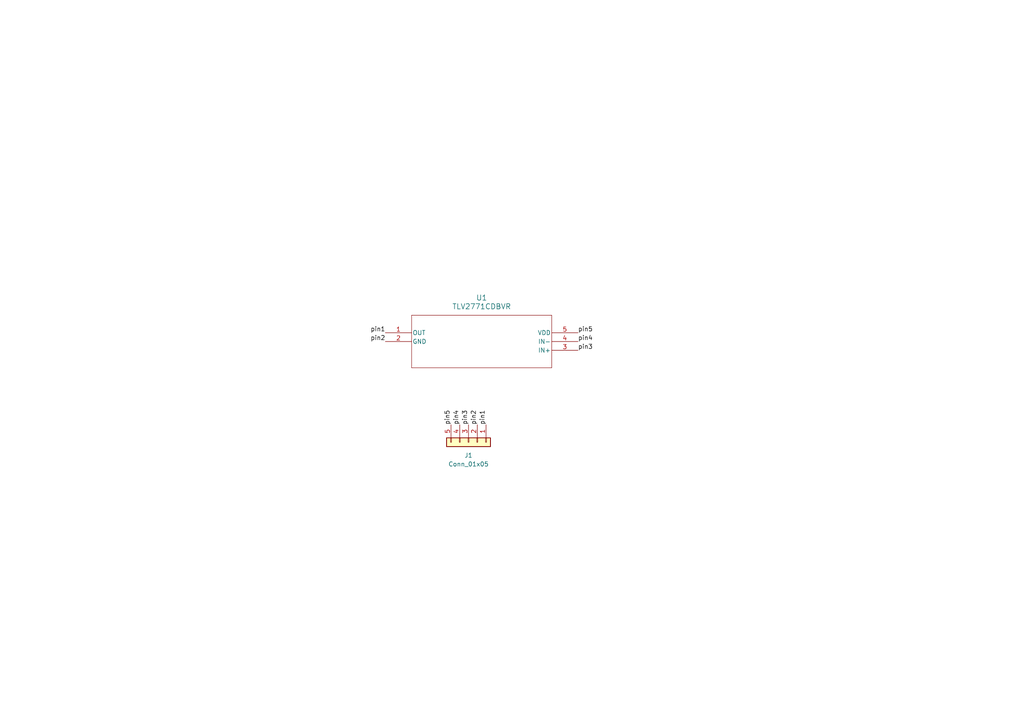
<source format=kicad_sch>
(kicad_sch (version 20230121) (generator eeschema)
  (paper "A4")
  (lib_symbols
    (symbol "2024-04-11_20-31-28:TLV2771CDBVR" (pin_names (offset 0.254))
      (property "Reference" "U" (at 27.94 10.16 0))
      (property "Value" "TLV2771CDBVR" (at 27.94 7.62 0))
      (symbol "TLV2771CDBVR_0_1"
        (polyline (pts (xy 7.62 -10.16) (xy 48.26 -10.16)) (stroke (width 0.127)))
        (polyline (pts (xy 7.62 5.08) (xy 7.62 -10.16)) (stroke (width 0.127)))
        (polyline (pts (xy 48.26 -10.16) (xy 48.26 5.08)) (stroke (width 0.127)))
        (polyline (pts (xy 48.26 5.08) (xy 7.62 5.08)) (stroke (width 0.127)))
        (pin output line (at 0 0 0) (length 7.62) (name "OUT") (number "1"))
        (pin power_in line (at 0 -2.54 0) (length 7.62) (name "GND") (number "2"))
        (pin input line (at 55.88 -5.08 180) (length 7.62) (name "IN+") (number "3"))
        (pin input line (at 55.88 -2.54 180) (length 7.62) (name "IN-") (number "4"))
        (pin power_in line (at 55.88 0 180) (length 7.62) (name "VDD") (number "5"))
      )
    )
    (symbol "Connector_Generic:Conn_01x05" (pin_names (offset 1.016) hide)
      (property "Reference" "J" (at 0 7.62 0))
      (property "Value" "Conn_01x05" (at 0 -7.62 0))
      (symbol "Conn_01x05_1_1"
        (rectangle (start -1.27 -4.953) (end 0 -5.207) (stroke (width 0.1524)))
        (rectangle (start -1.27 -2.413) (end 0 -2.667) (stroke (width 0.1524)))
        (rectangle (start -1.27 0.127) (end 0 -0.127) (stroke (width 0.1524)))
        (rectangle (start -1.27 2.667) (end 0 2.413) (stroke (width 0.1524)))
        (rectangle (start -1.27 5.207) (end 0 4.953) (stroke (width 0.1524)))
        (rectangle (start -1.27 6.35) (end 1.27 -6.35) (stroke (width 0.254)) (fill (type background)))
        (pin passive line (at -5.08 5.08 0) (length 3.81) (name "Pin_1") (number "1"))
        (pin passive line (at -5.08 2.54 0) (length 3.81) (name "Pin_2") (number "2"))
        (pin passive line (at -5.08 0 0) (length 3.81) (name "Pin_3") (number "3"))
        (pin passive line (at -5.08 -2.54 0) (length 3.81) (name "Pin_4") (number "4"))
        (pin passive line (at -5.08 -5.08 0) (length 3.81) (name "Pin_5") (number "5"))
      )
    )
  )
  (label "pin2" (at 138.43 123.19 90))
  (label "pin5" (at 167.64 96.52 0))
  (label "pin4" (at 167.64 99.06 0))
  (label "pin5" (at 130.81 123.19 90))
  (label "pin1" (at 111.76 96.52 180))
  (label "pin3" (at 167.64 101.6 0))
  (label "pin2" (at 111.76 99.06 180))
  (label "pin1" (at 140.97 123.19 90))
  (label "pin4" (at 133.35 123.19 90))
  (label "pin3" (at 135.89 123.19 90))
  (symbol (lib_id "Connector_Generic:Conn_01x05") (at 135.89 128.27 270) (unit 1)
    (property "Reference" "J1" (at 135.89 132.08 90))
    (property "Value" "Conn_01x05" (at 135.89 134.62 90))
    (property "Footprint" "breakout_footprint:5pin" (effects hide))
  )
  (symbol (lib_id "2024-04-11_20-31-28:TLV2771CDBVR") (at 111.76 96.52 0) (unit 1)
    (property "Reference" "U1" (at 139.7 86.36 0) (effects (font (size 1.524 1.524))))
    (property "Value" "TLV2771CDBVR" (at 139.7 88.9 0) (effects (font (size 1.524 1.524))))
    (property "Footprint" "op_amp:TLV2771CDBVR" (effects hide))
    (property "Datasheet" "TLV2771CDBVR" (effects hide))
  )
)
</source>
